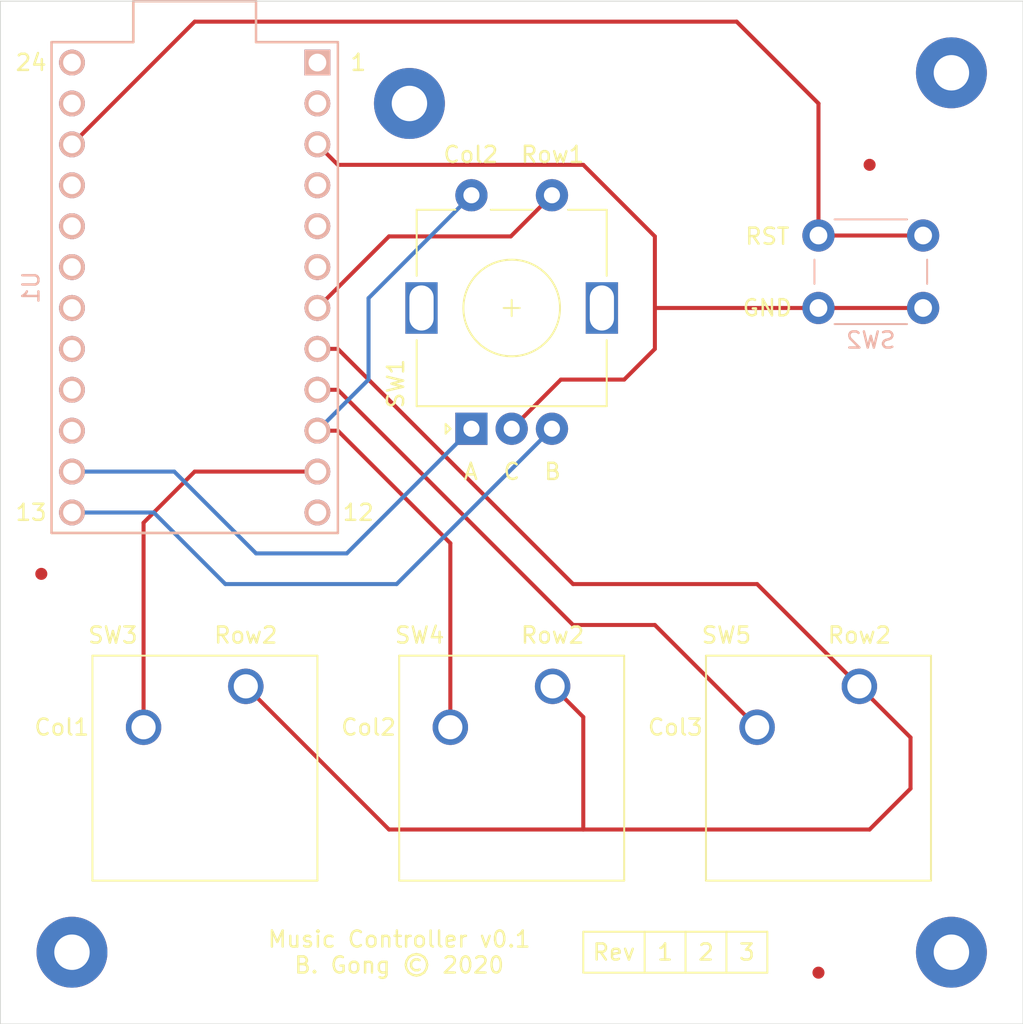
<source format=kicad_pcb>
(kicad_pcb (version 20171130) (host pcbnew "(5.1.6)-1")

  (general
    (thickness 1.6)
    (drawings 33)
    (tracks 50)
    (zones 0)
    (modules 13)
    (nets 25)
  )

  (page A4)
  (layers
    (0 F.Cu signal)
    (31 B.Cu signal)
    (32 B.Adhes user hide)
    (33 F.Adhes user hide)
    (34 B.Paste user hide)
    (35 F.Paste user hide)
    (36 B.SilkS user)
    (37 F.SilkS user)
    (38 B.Mask user)
    (39 F.Mask user)
    (40 Dwgs.User user hide)
    (41 Cmts.User user hide)
    (42 Eco1.User user hide)
    (43 Eco2.User user hide)
    (44 Edge.Cuts user)
    (45 Margin user hide)
    (46 B.CrtYd user hide)
    (47 F.CrtYd user hide)
    (48 B.Fab user hide)
    (49 F.Fab user hide)
  )

  (setup
    (last_trace_width 0.25)
    (trace_clearance 0.25)
    (zone_clearance 0.508)
    (zone_45_only no)
    (trace_min 0.25)
    (via_size 0.508)
    (via_drill 0.254)
    (via_min_size 0.508)
    (via_min_drill 0.254)
    (uvia_size 0.508)
    (uvia_drill 0.254)
    (uvias_allowed no)
    (uvia_min_size 0.508)
    (uvia_min_drill 0.254)
    (edge_width 0.05)
    (segment_width 0.2)
    (pcb_text_width 0.3)
    (pcb_text_size 1.5 1.5)
    (mod_edge_width 0.12)
    (mod_text_size 1 1)
    (mod_text_width 0.15)
    (pad_size 1.524 1.524)
    (pad_drill 0.762)
    (pad_to_mask_clearance 0.0508)
    (aux_axis_origin 0 0)
    (visible_elements 7FFFFFFF)
    (pcbplotparams
      (layerselection 0x010f0_ffffffff)
      (usegerberextensions true)
      (usegerberattributes true)
      (usegerberadvancedattributes true)
      (creategerberjobfile true)
      (excludeedgelayer true)
      (linewidth 0.100000)
      (plotframeref false)
      (viasonmask false)
      (mode 1)
      (useauxorigin false)
      (hpglpennumber 1)
      (hpglpenspeed 20)
      (hpglpendiameter 15.000000)
      (psnegative false)
      (psa4output false)
      (plotreference true)
      (plotvalue false)
      (plotinvisibletext false)
      (padsonsilk false)
      (subtractmaskfromsilk false)
      (outputformat 1)
      (mirror false)
      (drillshape 0)
      (scaleselection 1)
      (outputdirectory "gerbers/"))
  )

  (net 0 "")
  (net 1 Enc1)
  (net 2 Gnd)
  (net 3 Enc2)
  (net 4 Col2)
  (net 5 Row1)
  (net 6 "Net-(SW2-Pad2)")
  (net 7 Col1)
  (net 8 Row2)
  (net 9 Col3)
  (net 10 "Net-(U1-Pad24)")
  (net 11 "Net-(U1-Pad21)")
  (net 12 "Net-(U1-Pad20)")
  (net 13 "Net-(U1-Pad19)")
  (net 14 "Net-(U1-Pad18)")
  (net 15 "Net-(U1-Pad17)")
  (net 16 "Net-(U1-Pad16)")
  (net 17 "Net-(U1-Pad15)")
  (net 18 "Net-(U1-Pad12)")
  (net 19 "Net-(U1-Pad6)")
  (net 20 "Net-(U1-Pad5)")
  (net 21 "Net-(U1-Pad4)")
  (net 22 "Net-(U1-Pad2)")
  (net 23 "Net-(U1-Pad1)")
  (net 24 "Net-(U1-Pad23)")

  (net_class Default "This is the default net class."
    (clearance 0.25)
    (trace_width 0.25)
    (via_dia 0.508)
    (via_drill 0.254)
    (uvia_dia 0.508)
    (uvia_drill 0.254)
    (diff_pair_width 0.25)
    (diff_pair_gap 0.25)
    (add_net Col1)
    (add_net Col2)
    (add_net Col3)
    (add_net Enc1)
    (add_net Enc2)
    (add_net Gnd)
    (add_net "Net-(SW2-Pad2)")
    (add_net "Net-(U1-Pad1)")
    (add_net "Net-(U1-Pad12)")
    (add_net "Net-(U1-Pad15)")
    (add_net "Net-(U1-Pad16)")
    (add_net "Net-(U1-Pad17)")
    (add_net "Net-(U1-Pad18)")
    (add_net "Net-(U1-Pad19)")
    (add_net "Net-(U1-Pad2)")
    (add_net "Net-(U1-Pad20)")
    (add_net "Net-(U1-Pad21)")
    (add_net "Net-(U1-Pad23)")
    (add_net "Net-(U1-Pad24)")
    (add_net "Net-(U1-Pad4)")
    (add_net "Net-(U1-Pad5)")
    (add_net "Net-(U1-Pad6)")
    (add_net Row1)
    (add_net Row2)
  )

  (module Fiducial:Fiducial_0.75mm_Mask1.5mm (layer F.Cu) (tedit 5C18CB26) (tstamp 5F28C4EA)
    (at 85.09 99.06)
    (descr "Circular Fiducial, 0.75mm bare copper, 1.5mm soldermask opening (Level B)")
    (tags fiducial)
    (attr smd)
    (fp_text reference "" (at 0 -2) (layer F.SilkS)
      (effects (font (size 1 1) (thickness 0.15)))
    )
    (fp_text value Fiducial_0.75mm_Mask1.5mm (at 0 2) (layer F.Fab)
      (effects (font (size 1 1) (thickness 0.15)))
    )
    (fp_circle (center 0 0) (end 0.75 0) (layer F.Fab) (width 0.1))
    (fp_circle (center 0 0) (end 1 0) (layer F.CrtYd) (width 0.05))
    (fp_text user %R (at 0 0) (layer F.Fab)
      (effects (font (size 0.3 0.3) (thickness 0.05)))
    )
    (pad "" smd circle (at 0 0) (size 0.75 0.75) (layers F.Cu F.Mask)
      (solder_mask_margin 0.375) (clearance 0.375))
  )

  (module Fiducial:Fiducial_0.75mm_Mask1.5mm (layer F.Cu) (tedit 5C18CB26) (tstamp 5F28C4CD)
    (at 133.35 123.825)
    (descr "Circular Fiducial, 0.75mm bare copper, 1.5mm soldermask opening (Level B)")
    (tags fiducial)
    (attr smd)
    (fp_text reference "" (at 0 -2) (layer F.SilkS)
      (effects (font (size 1 1) (thickness 0.15)))
    )
    (fp_text value Fiducial_0.75mm_Mask1.5mm (at 0 2) (layer F.Fab)
      (effects (font (size 1 1) (thickness 0.15)))
    )
    (fp_circle (center 0 0) (end 0.75 0) (layer F.Fab) (width 0.1))
    (fp_circle (center 0 0) (end 1 0) (layer F.CrtYd) (width 0.05))
    (fp_text user %R (at 0 0) (layer F.Fab)
      (effects (font (size 0.3 0.3) (thickness 0.05)))
    )
    (pad "" smd circle (at 0 0) (size 0.75 0.75) (layers F.Cu F.Mask)
      (solder_mask_margin 0.375) (clearance 0.375))
  )

  (module Fiducial:Fiducial_0.75mm_Mask1.5mm (layer F.Cu) (tedit 5C18CB26) (tstamp 5F28C4B0)
    (at 136.525 73.66)
    (descr "Circular Fiducial, 0.75mm bare copper, 1.5mm soldermask opening (Level B)")
    (tags fiducial)
    (attr smd)
    (fp_text reference "" (at 0 -2) (layer F.SilkS)
      (effects (font (size 1 1) (thickness 0.15)))
    )
    (fp_text value Fiducial_0.75mm_Mask1.5mm (at 0 2) (layer F.Fab)
      (effects (font (size 1 1) (thickness 0.15)))
    )
    (fp_circle (center 0 0) (end 0.75 0) (layer F.Fab) (width 0.1))
    (fp_circle (center 0 0) (end 1 0) (layer F.CrtYd) (width 0.05))
    (fp_text user %R (at 0 0) (layer F.Fab)
      (effects (font (size 0.3 0.3) (thickness 0.05)))
    )
    (pad "" smd circle (at 0 0) (size 0.75 0.75) (layers F.Cu F.Mask)
      (solder_mask_margin 0.375) (clearance 0.375))
  )

  (module promicro:ProMicro (layer B.Cu) (tedit 5A06A962) (tstamp 5F27BCD3)
    (at 94.615 81.28 270)
    (descr "Pro Micro footprint")
    (tags "promicro ProMicro")
    (path /5F2658B5)
    (fp_text reference U1 (at 0 10.16 90) (layer B.SilkS)
      (effects (font (size 1 1) (thickness 0.15)) (justify mirror))
    )
    (fp_text value ProMicro (at 0 -10.16 90) (layer B.Fab)
      (effects (font (size 1 1) (thickness 0.15)) (justify mirror))
    )
    (fp_line (start 15.24 8.89) (end 15.24 -8.89) (layer B.SilkS) (width 0.15))
    (fp_line (start -15.24 8.89) (end 15.24 8.89) (layer B.SilkS) (width 0.15))
    (fp_line (start -15.24 3.81) (end -15.24 8.89) (layer B.SilkS) (width 0.15))
    (fp_line (start -17.78 3.81) (end -15.24 3.81) (layer B.SilkS) (width 0.15))
    (fp_line (start -17.78 -3.81) (end -17.78 3.81) (layer B.SilkS) (width 0.15))
    (fp_line (start -15.24 -3.81) (end -17.78 -3.81) (layer B.SilkS) (width 0.15))
    (fp_line (start -15.24 -8.89) (end -15.24 -3.81) (layer B.SilkS) (width 0.15))
    (fp_line (start -15.24 -8.89) (end 15.24 -8.89) (layer B.SilkS) (width 0.15))
    (fp_line (start -15.24 8.89) (end 15.24 8.89) (layer F.SilkS) (width 0.15))
    (fp_line (start -15.24 3.81) (end -15.24 8.89) (layer F.SilkS) (width 0.15))
    (fp_line (start -17.78 3.81) (end -15.24 3.81) (layer F.SilkS) (width 0.15))
    (fp_line (start -17.78 -3.81) (end -17.78 3.81) (layer F.SilkS) (width 0.15))
    (fp_line (start -15.24 -3.81) (end -17.78 -3.81) (layer F.SilkS) (width 0.15))
    (fp_line (start -15.24 -8.89) (end -15.24 -3.81) (layer F.SilkS) (width 0.15))
    (fp_line (start 15.24 -8.89) (end -15.24 -8.89) (layer F.SilkS) (width 0.15))
    (fp_line (start 15.24 8.89) (end 15.24 -8.89) (layer F.SilkS) (width 0.15))
    (pad 24 thru_hole circle (at -13.97 7.62 270) (size 1.6 1.6) (drill 1.1) (layers *.Cu *.Mask B.SilkS)
      (net 10 "Net-(U1-Pad24)"))
    (pad 23 thru_hole circle (at -11.43 7.62 270) (size 1.6 1.6) (drill 1.1) (layers *.Cu *.Mask B.SilkS)
      (net 24 "Net-(U1-Pad23)"))
    (pad 22 thru_hole circle (at -8.89 7.62 270) (size 1.6 1.6) (drill 1.1) (layers *.Cu *.Mask B.SilkS)
      (net 6 "Net-(SW2-Pad2)"))
    (pad 21 thru_hole circle (at -6.35 7.62 270) (size 1.6 1.6) (drill 1.1) (layers *.Cu *.Mask B.SilkS)
      (net 11 "Net-(U1-Pad21)"))
    (pad 20 thru_hole circle (at -3.81 7.62 270) (size 1.6 1.6) (drill 1.1) (layers *.Cu *.Mask B.SilkS)
      (net 12 "Net-(U1-Pad20)"))
    (pad 19 thru_hole circle (at -1.27 7.62 270) (size 1.6 1.6) (drill 1.1) (layers *.Cu *.Mask B.SilkS)
      (net 13 "Net-(U1-Pad19)"))
    (pad 18 thru_hole circle (at 1.27 7.62 270) (size 1.6 1.6) (drill 1.1) (layers *.Cu *.Mask B.SilkS)
      (net 14 "Net-(U1-Pad18)"))
    (pad 17 thru_hole circle (at 3.81 7.62 270) (size 1.6 1.6) (drill 1.1) (layers *.Cu *.Mask B.SilkS)
      (net 15 "Net-(U1-Pad17)"))
    (pad 16 thru_hole circle (at 6.35 7.62 270) (size 1.6 1.6) (drill 1.1) (layers *.Cu *.Mask B.SilkS)
      (net 16 "Net-(U1-Pad16)"))
    (pad 15 thru_hole circle (at 8.89 7.62 270) (size 1.6 1.6) (drill 1.1) (layers *.Cu *.Mask B.SilkS)
      (net 17 "Net-(U1-Pad15)"))
    (pad 14 thru_hole circle (at 11.43 7.62 270) (size 1.6 1.6) (drill 1.1) (layers *.Cu *.Mask B.SilkS)
      (net 1 Enc1))
    (pad 13 thru_hole circle (at 13.97 7.62 270) (size 1.6 1.6) (drill 1.1) (layers *.Cu *.Mask B.SilkS)
      (net 3 Enc2))
    (pad 12 thru_hole circle (at 13.97 -7.62 270) (size 1.6 1.6) (drill 1.1) (layers *.Cu *.Mask B.SilkS)
      (net 18 "Net-(U1-Pad12)"))
    (pad 11 thru_hole circle (at 11.43 -7.62 270) (size 1.6 1.6) (drill 1.1) (layers *.Cu *.Mask B.SilkS)
      (net 7 Col1))
    (pad 10 thru_hole circle (at 8.89 -7.62 270) (size 1.6 1.6) (drill 1.1) (layers *.Cu *.Mask B.SilkS)
      (net 4 Col2))
    (pad 9 thru_hole circle (at 6.35 -7.62 270) (size 1.6 1.6) (drill 1.1) (layers *.Cu *.Mask B.SilkS)
      (net 9 Col3))
    (pad 8 thru_hole circle (at 3.81 -7.62 270) (size 1.6 1.6) (drill 1.1) (layers *.Cu *.Mask B.SilkS)
      (net 8 Row2))
    (pad 7 thru_hole circle (at 1.27 -7.62 270) (size 1.6 1.6) (drill 1.1) (layers *.Cu *.Mask B.SilkS)
      (net 5 Row1))
    (pad 6 thru_hole circle (at -1.27 -7.62 270) (size 1.6 1.6) (drill 1.1) (layers *.Cu *.Mask B.SilkS)
      (net 19 "Net-(U1-Pad6)"))
    (pad 5 thru_hole circle (at -3.81 -7.62 270) (size 1.6 1.6) (drill 1.1) (layers *.Cu *.Mask B.SilkS)
      (net 20 "Net-(U1-Pad5)"))
    (pad 4 thru_hole circle (at -6.35 -7.62 270) (size 1.6 1.6) (drill 1.1) (layers *.Cu *.Mask B.SilkS)
      (net 21 "Net-(U1-Pad4)"))
    (pad 3 thru_hole circle (at -8.89 -7.62 270) (size 1.6 1.6) (drill 1.1) (layers *.Cu *.Mask B.SilkS)
      (net 2 Gnd))
    (pad 2 thru_hole circle (at -11.43 -7.62 270) (size 1.6 1.6) (drill 1.1) (layers *.Cu *.Mask B.SilkS)
      (net 22 "Net-(U1-Pad2)"))
    (pad 1 thru_hole rect (at -13.97 -7.62 270) (size 1.6 1.6) (drill 1.1) (layers *.Cu *.Mask B.SilkS)
      (net 23 "Net-(U1-Pad1)"))
  )

  (module MountingHole:MountingHole_2.2mm_M2_Pad (layer F.Cu) (tedit 56D1B4CB) (tstamp 5F289450)
    (at 107.95 69.85)
    (descr "Mounting Hole 2.2mm, M2")
    (tags "mounting hole 2.2mm m2")
    (attr virtual)
    (fp_text reference "" (at 0 -3.2) (layer F.SilkS) hide
      (effects (font (size 1 1) (thickness 0.15)))
    )
    (fp_text value MountingHole_2.2mm_M2_Pad (at 0 3.2) (layer F.Fab) hide
      (effects (font (size 1 1) (thickness 0.15)))
    )
    (fp_circle (center 0 0) (end 2.45 0) (layer F.CrtYd) (width 0.05))
    (fp_circle (center 0 0) (end 2.2 0) (layer Cmts.User) (width 0.15))
    (fp_text user %R (at 0.3 0) (layer F.Fab) hide
      (effects (font (size 1 1) (thickness 0.15)))
    )
    (pad 1 thru_hole circle (at 0 0) (size 4.4 4.4) (drill 2.2) (layers *.Cu *.Mask))
  )

  (module MountingHole:MountingHole_2.2mm_M2_Pad (layer F.Cu) (tedit 56D1B4CB) (tstamp 5F28924C)
    (at 141.605 67.945)
    (descr "Mounting Hole 2.2mm, M2")
    (tags "mounting hole 2.2mm m2")
    (attr virtual)
    (fp_text reference "" (at -4.445 0) (layer F.SilkS) hide
      (effects (font (size 1 1) (thickness 0.15)))
    )
    (fp_text value MountingHole_2.2mm_M2_Pad (at 0 3.2) (layer F.Fab) hide
      (effects (font (size 1 1) (thickness 0.15)))
    )
    (fp_circle (center 0 0) (end 2.45 0) (layer F.CrtYd) (width 0.05))
    (fp_circle (center 0 0) (end 2.2 0) (layer Cmts.User) (width 0.15))
    (fp_text user %R (at 0.3 0) (layer F.Fab) hide
      (effects (font (size 1 1) (thickness 0.15)))
    )
    (pad 1 thru_hole circle (at 0 0) (size 4.4 4.4) (drill 2.2) (layers *.Cu *.Mask))
  )

  (module MountingHole:MountingHole_2.2mm_M2_Pad (layer F.Cu) (tedit 56D1B4CB) (tstamp 5F2893A3)
    (at 141.605 122.555)
    (descr "Mounting Hole 2.2mm, M2")
    (tags "mounting hole 2.2mm m2")
    (attr virtual)
    (fp_text reference "" (at -5.08 0) (layer F.SilkS) hide
      (effects (font (size 1 1) (thickness 0.15)))
    )
    (fp_text value MountingHole_2.2mm_M2_Pad (at 0 3.2) (layer F.Fab) hide
      (effects (font (size 1 1) (thickness 0.15)))
    )
    (fp_circle (center 0 0) (end 2.45 0) (layer F.CrtYd) (width 0.05))
    (fp_circle (center 0 0) (end 2.2 0) (layer Cmts.User) (width 0.15))
    (fp_text user %R (at 0.3 0) (layer F.Fab) hide
      (effects (font (size 1 1) (thickness 0.15)))
    )
    (pad 1 thru_hole circle (at 0 0) (size 4.4 4.4) (drill 2.2) (layers *.Cu *.Mask))
  )

  (module MountingHole:MountingHole_2.2mm_M2_Pad (layer F.Cu) (tedit 56D1B4CB) (tstamp 5F289204)
    (at 86.995 122.555)
    (descr "Mounting Hole 2.2mm, M2")
    (tags "mounting hole 2.2mm m2")
    (attr virtual)
    (fp_text reference "" (at 5.08 0) (layer F.SilkS) hide
      (effects (font (size 1 1) (thickness 0.15)))
    )
    (fp_text value MountingHole_2.2mm_M2_Pad (at 0 3.2) (layer F.Fab) hide
      (effects (font (size 1 1) (thickness 0.15)))
    )
    (fp_circle (center 0 0) (end 2.45 0) (layer F.CrtYd) (width 0.05))
    (fp_circle (center 0 0) (end 2.2 0) (layer Cmts.User) (width 0.15))
    (fp_text user %R (at 0.3 0) (layer F.Fab) hide
      (effects (font (size 1 1) (thickness 0.15)))
    )
    (pad 1 thru_hole circle (at 0 0) (size 4.4 4.4) (drill 2.2) (layers *.Cu *.Mask))
  )

  (module Button_Switch_Keyboard:SW_Cherry_MX_1.00u_Plate (layer F.Cu) (tedit 5A02FE24) (tstamp 5F27C3A7)
    (at 116.84 106.045)
    (descr "Cherry MX keyswitch, 1.00u, plate mount, http://cherryamericas.com/wp-content/uploads/2014/12/mx_cat.pdf")
    (tags "Cherry MX keyswitch 1.00u plate")
    (path /5F26085C)
    (fp_text reference SW4 (at -8.255 -3.175) (layer F.SilkS)
      (effects (font (size 1 1) (thickness 0.15)))
    )
    (fp_text value SW_Push_45deg (at -2.54 12.954) (layer F.Fab)
      (effects (font (size 1 1) (thickness 0.15)))
    )
    (fp_line (start -9.525 12.065) (end -9.525 -1.905) (layer F.SilkS) (width 0.12))
    (fp_line (start 4.445 12.065) (end -9.525 12.065) (layer F.SilkS) (width 0.12))
    (fp_line (start 4.445 -1.905) (end 4.445 12.065) (layer F.SilkS) (width 0.12))
    (fp_line (start -9.525 -1.905) (end 4.445 -1.905) (layer F.SilkS) (width 0.12))
    (fp_line (start -12.065 14.605) (end -12.065 -4.445) (layer Dwgs.User) (width 0.15))
    (fp_line (start 6.985 14.605) (end -12.065 14.605) (layer Dwgs.User) (width 0.15))
    (fp_line (start 6.985 -4.445) (end 6.985 14.605) (layer Dwgs.User) (width 0.15))
    (fp_line (start -12.065 -4.445) (end 6.985 -4.445) (layer Dwgs.User) (width 0.15))
    (fp_line (start -9.14 -1.52) (end 4.06 -1.52) (layer F.CrtYd) (width 0.05))
    (fp_line (start 4.06 -1.52) (end 4.06 11.68) (layer F.CrtYd) (width 0.05))
    (fp_line (start 4.06 11.68) (end -9.14 11.68) (layer F.CrtYd) (width 0.05))
    (fp_line (start -9.14 11.68) (end -9.14 -1.52) (layer F.CrtYd) (width 0.05))
    (fp_line (start -8.89 11.43) (end -8.89 -1.27) (layer F.Fab) (width 0.1))
    (fp_line (start 3.81 11.43) (end -8.89 11.43) (layer F.Fab) (width 0.1))
    (fp_line (start 3.81 -1.27) (end 3.81 11.43) (layer F.Fab) (width 0.1))
    (fp_line (start -8.89 -1.27) (end 3.81 -1.27) (layer F.Fab) (width 0.1))
    (fp_text user %R (at -2.54 -2.794) (layer F.Fab)
      (effects (font (size 1 1) (thickness 0.15)))
    )
    (pad "" np_thru_hole circle (at -2.54 5.08) (size 4 4) (drill 4) (layers *.Cu *.Mask))
    (pad 2 thru_hole circle (at -6.35 2.54) (size 2.2 2.2) (drill 1.5) (layers *.Cu *.Mask)
      (net 4 Col2))
    (pad 1 thru_hole circle (at 0 0) (size 2.2 2.2) (drill 1.5) (layers *.Cu *.Mask)
      (net 8 Row2))
    (model ${KISYS3DMOD}/Button_Switch_Keyboard.3dshapes/SW_Cherry_MX_1.00u_Plate.wrl
      (at (xyz 0 0 0))
      (scale (xyz 1 1 1))
      (rotate (xyz 0 0 0))
    )
  )

  (module Keebio-Parts:RotaryEncoder_Alps_EC11E-Switch_Vertical_H20mm (layer F.Cu) (tedit 5CA39399) (tstamp 5F270A02)
    (at 114.3 82.55 90)
    (descr "Alps rotary encoder, EC12E... with switch, vertical shaft, http://www.alps.com/prod/info/E/HTML/Encoder/Incremental/EC11/EC11E15204A3.html")
    (tags "rotary encoder")
    (path /5F2621A9)
    (fp_text reference SW1 (at -4.7 -7.2 90) (layer F.SilkS)
      (effects (font (size 1 1) (thickness 0.15)))
    )
    (fp_text value Rotary_Encoder_Switch (at 0 7.9 90) (layer F.Fab)
      (effects (font (size 1 1) (thickness 0.15)))
    )
    (fp_circle (center 0 0) (end 3 0) (layer F.Fab) (width 0.12))
    (fp_circle (center 0 0) (end 3 0) (layer F.SilkS) (width 0.12))
    (fp_line (start 8.5 7.1) (end -9 7.1) (layer F.CrtYd) (width 0.05))
    (fp_line (start 8.5 7.1) (end 8.5 -7.1) (layer F.CrtYd) (width 0.05))
    (fp_line (start -9 -7.1) (end -9 7.1) (layer F.CrtYd) (width 0.05))
    (fp_line (start -9 -7.1) (end 8.5 -7.1) (layer F.CrtYd) (width 0.05))
    (fp_line (start -5 -5.8) (end 6 -5.8) (layer F.Fab) (width 0.12))
    (fp_line (start 6 -5.8) (end 6 5.8) (layer F.Fab) (width 0.12))
    (fp_line (start 6 5.8) (end -6 5.8) (layer F.Fab) (width 0.12))
    (fp_line (start -6 5.8) (end -6 -4.7) (layer F.Fab) (width 0.12))
    (fp_line (start -6 -4.7) (end -5 -5.8) (layer F.Fab) (width 0.12))
    (fp_line (start 2 -5.9) (end 6.1 -5.9) (layer F.SilkS) (width 0.12))
    (fp_line (start 6.1 5.9) (end 2 5.9) (layer F.SilkS) (width 0.12))
    (fp_line (start -2 5.9) (end -6.1 5.9) (layer F.SilkS) (width 0.12))
    (fp_line (start -2 -5.9) (end -6.1 -5.9) (layer F.SilkS) (width 0.12))
    (fp_line (start -6.1 -5.9) (end -6.1 5.9) (layer F.SilkS) (width 0.12))
    (fp_line (start -7.5 -3.8) (end -7.8 -4.1) (layer F.SilkS) (width 0.12))
    (fp_line (start -7.8 -4.1) (end -7.2 -4.1) (layer F.SilkS) (width 0.12))
    (fp_line (start -7.2 -4.1) (end -7.5 -3.8) (layer F.SilkS) (width 0.12))
    (fp_line (start 0 -3) (end 0 3) (layer F.Fab) (width 0.12))
    (fp_line (start -3 0) (end 3 0) (layer F.Fab) (width 0.12))
    (fp_line (start 6.1 -5.9) (end 6.1 -3.5) (layer F.SilkS) (width 0.12))
    (fp_line (start 6.1 -1.3) (end 6.1 1.3) (layer F.SilkS) (width 0.12))
    (fp_line (start 6.1 3.5) (end 6.1 5.9) (layer F.SilkS) (width 0.12))
    (fp_line (start 0 -0.5) (end 0 0.5) (layer F.SilkS) (width 0.12))
    (fp_line (start -0.5 0) (end 0.5 0) (layer F.SilkS) (width 0.12))
    (fp_text user %R (at 3.6 3.8 90) (layer F.Fab)
      (effects (font (size 1 1) (thickness 0.15)))
    )
    (pad S1 thru_hole circle (at 7 2.5 90) (size 2 2) (drill 1) (layers *.Cu *.Mask)
      (net 5 Row1))
    (pad S2 thru_hole circle (at 7 -2.5 90) (size 2 2) (drill 1) (layers *.Cu *.Mask)
      (net 4 Col2))
    (pad MP thru_hole rect (at 0 5.6 90) (size 3.2 2) (drill oval 2.8 1.5) (layers *.Cu *.Mask))
    (pad MP thru_hole rect (at 0 -5.6 90) (size 3.2 2) (drill oval 2.8 1.5) (layers *.Cu *.Mask))
    (pad B thru_hole circle (at -7.5 2.5 90) (size 2 2) (drill 1) (layers *.Cu *.Mask)
      (net 3 Enc2))
    (pad C thru_hole circle (at -7.5 0 90) (size 2 2) (drill 1) (layers *.Cu *.Mask)
      (net 2 Gnd))
    (pad A thru_hole rect (at -7.5 -2.5 90) (size 2 2) (drill 1) (layers *.Cu *.Mask)
      (net 1 Enc1))
    (model ${KISYS3DMOD}/Rotary_Encoder.3dshapes/RotaryEncoder_Alps_EC11E-Switch_Vertical_H20mm.wrl
      (at (xyz 0 0 0))
      (scale (xyz 1 1 1))
      (rotate (xyz 0 0 0))
    )
  )

  (module Button_Switch_Keyboard:SW_Cherry_MX_1.00u_Plate (layer F.Cu) (tedit 5A02FE24) (tstamp 5F27C3EC)
    (at 135.89 106.045)
    (descr "Cherry MX keyswitch, 1.00u, plate mount, http://cherryamericas.com/wp-content/uploads/2014/12/mx_cat.pdf")
    (tags "Cherry MX keyswitch 1.00u plate")
    (path /5F261854)
    (fp_text reference SW5 (at -8.255 -3.175) (layer F.SilkS)
      (effects (font (size 1 1) (thickness 0.15)))
    )
    (fp_text value SW_Push_45deg (at -2.54 12.954) (layer F.Fab)
      (effects (font (size 1 1) (thickness 0.15)))
    )
    (fp_line (start -9.525 12.065) (end -9.525 -1.905) (layer F.SilkS) (width 0.12))
    (fp_line (start 4.445 12.065) (end -9.525 12.065) (layer F.SilkS) (width 0.12))
    (fp_line (start 4.445 -1.905) (end 4.445 12.065) (layer F.SilkS) (width 0.12))
    (fp_line (start -9.525 -1.905) (end 4.445 -1.905) (layer F.SilkS) (width 0.12))
    (fp_line (start -12.065 14.605) (end -12.065 -4.445) (layer Dwgs.User) (width 0.15))
    (fp_line (start 6.985 14.605) (end -12.065 14.605) (layer Dwgs.User) (width 0.15))
    (fp_line (start 6.985 -4.445) (end 6.985 14.605) (layer Dwgs.User) (width 0.15))
    (fp_line (start -12.065 -4.445) (end 6.985 -4.445) (layer Dwgs.User) (width 0.15))
    (fp_line (start -9.14 -1.52) (end 4.06 -1.52) (layer F.CrtYd) (width 0.05))
    (fp_line (start 4.06 -1.52) (end 4.06 11.68) (layer F.CrtYd) (width 0.05))
    (fp_line (start 4.06 11.68) (end -9.14 11.68) (layer F.CrtYd) (width 0.05))
    (fp_line (start -9.14 11.68) (end -9.14 -1.52) (layer F.CrtYd) (width 0.05))
    (fp_line (start -8.89 11.43) (end -8.89 -1.27) (layer F.Fab) (width 0.1))
    (fp_line (start 3.81 11.43) (end -8.89 11.43) (layer F.Fab) (width 0.1))
    (fp_line (start 3.81 -1.27) (end 3.81 11.43) (layer F.Fab) (width 0.1))
    (fp_line (start -8.89 -1.27) (end 3.81 -1.27) (layer F.Fab) (width 0.1))
    (fp_text user %R (at -2.54 -2.794) (layer F.Fab)
      (effects (font (size 1 1) (thickness 0.15)))
    )
    (pad "" np_thru_hole circle (at -2.54 5.08) (size 4 4) (drill 4) (layers *.Cu *.Mask))
    (pad 2 thru_hole circle (at -6.35 2.54) (size 2.2 2.2) (drill 1.5) (layers *.Cu *.Mask)
      (net 9 Col3))
    (pad 1 thru_hole circle (at 0 0) (size 2.2 2.2) (drill 1.5) (layers *.Cu *.Mask)
      (net 8 Row2))
    (model ${KISYS3DMOD}/Button_Switch_Keyboard.3dshapes/SW_Cherry_MX_1.00u_Plate.wrl
      (at (xyz 0 0 0))
      (scale (xyz 1 1 1))
      (rotate (xyz 0 0 0))
    )
  )

  (module Button_Switch_Keyboard:SW_Cherry_MX_1.00u_Plate (layer F.Cu) (tedit 5A02FE24) (tstamp 5F27C362)
    (at 97.79 106.045)
    (descr "Cherry MX keyswitch, 1.00u, plate mount, http://cherryamericas.com/wp-content/uploads/2014/12/mx_cat.pdf")
    (tags "Cherry MX keyswitch 1.00u plate")
    (path /5F25F9F3)
    (fp_text reference SW3 (at -8.255 -3.175) (layer F.SilkS)
      (effects (font (size 1 1) (thickness 0.15)))
    )
    (fp_text value SW_Push_45deg (at -2.54 12.954) (layer F.Fab)
      (effects (font (size 1 1) (thickness 0.15)))
    )
    (fp_line (start -9.525 12.065) (end -9.525 -1.905) (layer F.SilkS) (width 0.12))
    (fp_line (start 4.445 12.065) (end -9.525 12.065) (layer F.SilkS) (width 0.12))
    (fp_line (start 4.445 -1.905) (end 4.445 12.065) (layer F.SilkS) (width 0.12))
    (fp_line (start -9.525 -1.905) (end 4.445 -1.905) (layer F.SilkS) (width 0.12))
    (fp_line (start -12.065 14.605) (end -12.065 -4.445) (layer Dwgs.User) (width 0.15))
    (fp_line (start 6.985 14.605) (end -12.065 14.605) (layer Dwgs.User) (width 0.15))
    (fp_line (start 6.985 -4.445) (end 6.985 14.605) (layer Dwgs.User) (width 0.15))
    (fp_line (start -12.065 -4.445) (end 6.985 -4.445) (layer Dwgs.User) (width 0.15))
    (fp_line (start -9.14 -1.52) (end 4.06 -1.52) (layer F.CrtYd) (width 0.05))
    (fp_line (start 4.06 -1.52) (end 4.06 11.68) (layer F.CrtYd) (width 0.05))
    (fp_line (start 4.06 11.68) (end -9.14 11.68) (layer F.CrtYd) (width 0.05))
    (fp_line (start -9.14 11.68) (end -9.14 -1.52) (layer F.CrtYd) (width 0.05))
    (fp_line (start -8.89 11.43) (end -8.89 -1.27) (layer F.Fab) (width 0.1))
    (fp_line (start 3.81 11.43) (end -8.89 11.43) (layer F.Fab) (width 0.1))
    (fp_line (start 3.81 -1.27) (end 3.81 11.43) (layer F.Fab) (width 0.1))
    (fp_line (start -8.89 -1.27) (end 3.81 -1.27) (layer F.Fab) (width 0.1))
    (fp_text user %R (at -2.54 -2.794) (layer F.Fab)
      (effects (font (size 1 1) (thickness 0.15)))
    )
    (pad "" np_thru_hole circle (at -2.54 5.08) (size 4 4) (drill 4) (layers *.Cu *.Mask))
    (pad 2 thru_hole circle (at -6.35 2.54) (size 2.2 2.2) (drill 1.5) (layers *.Cu *.Mask)
      (net 7 Col1))
    (pad 1 thru_hole circle (at 0 0) (size 2.2 2.2) (drill 1.5) (layers *.Cu *.Mask)
      (net 8 Row2))
    (model ${KISYS3DMOD}/Button_Switch_Keyboard.3dshapes/SW_Cherry_MX_1.00u_Plate.wrl
      (at (xyz 0 0 0))
      (scale (xyz 1 1 1))
      (rotate (xyz 0 0 0))
    )
  )

  (module Button_Switch_THT:SW_PUSH_6mm (layer B.Cu) (tedit 5A02FE31) (tstamp 5F289D8B)
    (at 133.35 82.55)
    (descr https://www.omron.com/ecb/products/pdf/en-b3f.pdf)
    (tags "tact sw push 6mm")
    (path /5F26E567)
    (fp_text reference SW2 (at 3.25 2) (layer B.SilkS)
      (effects (font (size 1 1) (thickness 0.15)) (justify mirror))
    )
    (fp_text value SW_Push (at 3.75 -6.7) (layer B.Fab)
      (effects (font (size 1 1) (thickness 0.15)) (justify mirror))
    )
    (fp_circle (center 3.25 -2.25) (end 1.25 -2.5) (layer B.Fab) (width 0.1))
    (fp_line (start 6.75 -3) (end 6.75 -1.5) (layer B.SilkS) (width 0.12))
    (fp_line (start 5.5 1) (end 1 1) (layer B.SilkS) (width 0.12))
    (fp_line (start -0.25 -1.5) (end -0.25 -3) (layer B.SilkS) (width 0.12))
    (fp_line (start 1 -5.5) (end 5.5 -5.5) (layer B.SilkS) (width 0.12))
    (fp_line (start 8 1.25) (end 8 -5.75) (layer B.CrtYd) (width 0.05))
    (fp_line (start 7.75 -6) (end -1.25 -6) (layer B.CrtYd) (width 0.05))
    (fp_line (start -1.5 -5.75) (end -1.5 1.25) (layer B.CrtYd) (width 0.05))
    (fp_line (start -1.25 1.5) (end 7.75 1.5) (layer B.CrtYd) (width 0.05))
    (fp_line (start -1.5 -6) (end -1.25 -6) (layer B.CrtYd) (width 0.05))
    (fp_line (start -1.5 -5.75) (end -1.5 -6) (layer B.CrtYd) (width 0.05))
    (fp_line (start -1.5 1.5) (end -1.25 1.5) (layer B.CrtYd) (width 0.05))
    (fp_line (start -1.5 1.25) (end -1.5 1.5) (layer B.CrtYd) (width 0.05))
    (fp_line (start 8 1.5) (end 8 1.25) (layer B.CrtYd) (width 0.05))
    (fp_line (start 7.75 1.5) (end 8 1.5) (layer B.CrtYd) (width 0.05))
    (fp_line (start 8 -6) (end 8 -5.75) (layer B.CrtYd) (width 0.05))
    (fp_line (start 7.75 -6) (end 8 -6) (layer B.CrtYd) (width 0.05))
    (fp_line (start 0.25 0.75) (end 3.25 0.75) (layer B.Fab) (width 0.1))
    (fp_line (start 0.25 -5.25) (end 0.25 0.75) (layer B.Fab) (width 0.1))
    (fp_line (start 6.25 -5.25) (end 0.25 -5.25) (layer B.Fab) (width 0.1))
    (fp_line (start 6.25 0.75) (end 6.25 -5.25) (layer B.Fab) (width 0.1))
    (fp_line (start 3.25 0.75) (end 6.25 0.75) (layer B.Fab) (width 0.1))
    (fp_text user %R (at 3.25 -2.25 -270) (layer B.Fab)
      (effects (font (size 1 1) (thickness 0.15)) (justify mirror))
    )
    (pad 1 thru_hole circle (at 6.5 0 270) (size 2 2) (drill 1.1) (layers *.Cu *.Mask)
      (net 2 Gnd))
    (pad 2 thru_hole circle (at 6.5 -4.5 270) (size 2 2) (drill 1.1) (layers *.Cu *.Mask)
      (net 6 "Net-(SW2-Pad2)"))
    (pad 1 thru_hole circle (at 0 0 270) (size 2 2) (drill 1.1) (layers *.Cu *.Mask)
      (net 2 Gnd))
    (pad 2 thru_hole circle (at 0 -4.5 270) (size 2 2) (drill 1.1) (layers *.Cu *.Mask)
      (net 6 "Net-(SW2-Pad2)"))
    (model ${KISYS3DMOD}/Button_Switch_THT.3dshapes/SW_PUSH_6mm.wrl
      (at (xyz 0 0 0))
      (scale (xyz 1 1 1))
      (rotate (xyz 0 0 0))
    )
  )

  (gr_text Col3 (at 124.46 108.585) (layer F.SilkS)
    (effects (font (size 1 1) (thickness 0.15)))
  )
  (gr_text Col2 (at 105.41 108.585) (layer F.SilkS)
    (effects (font (size 1 1) (thickness 0.15)))
  )
  (gr_text Row2 (at 135.89 102.87) (layer F.SilkS)
    (effects (font (size 1 1) (thickness 0.15)))
  )
  (gr_text Row2 (at 116.84 102.87) (layer F.SilkS)
    (effects (font (size 1 1) (thickness 0.15)))
  )
  (gr_text Row2 (at 97.79 102.87) (layer F.SilkS)
    (effects (font (size 1 1) (thickness 0.15)))
  )
  (gr_text Col1 (at 86.36 108.585) (layer F.SilkS)
    (effects (font (size 1 1) (thickness 0.15)))
  )
  (gr_text Col2 (at 111.76 73.025) (layer F.SilkS)
    (effects (font (size 1 1) (thickness 0.15)))
  )
  (gr_text Row1 (at 116.84 73.025) (layer F.SilkS)
    (effects (font (size 1 1) (thickness 0.15)))
  )
  (gr_text "RST\n" (at 130.175 78.105) (layer F.SilkS)
    (effects (font (size 1 1) (thickness 0.15)))
  )
  (gr_text GND (at 130.175 82.55) (layer F.SilkS)
    (effects (font (size 1 1) (thickness 0.15)))
  )
  (gr_text B (at 116.84 92.71) (layer F.SilkS)
    (effects (font (size 1 1) (thickness 0.15)))
  )
  (gr_text C (at 114.3 92.71) (layer F.SilkS)
    (effects (font (size 1 1) (thickness 0.15)))
  )
  (gr_text A (at 111.76 92.71) (layer F.SilkS)
    (effects (font (size 1 1) (thickness 0.15)))
  )
  (gr_text 24 (at 84.455 67.31) (layer F.SilkS)
    (effects (font (size 1 1) (thickness 0.15)))
  )
  (gr_text 13 (at 84.455 95.25) (layer F.SilkS)
    (effects (font (size 1 1) (thickness 0.15)))
  )
  (gr_text 12 (at 104.775 95.25) (layer F.SilkS)
    (effects (font (size 1 1) (thickness 0.15)))
  )
  (gr_text 1 (at 104.775 67.31) (layer F.SilkS)
    (effects (font (size 1 1) (thickness 0.15)))
  )
  (gr_text 3 (at 128.905 122.555) (layer F.SilkS) (tstamp 5F28C1F7)
    (effects (font (size 1 1) (thickness 0.15)))
  )
  (gr_text 2 (at 126.365 122.555) (layer F.SilkS) (tstamp 5F28C1FA)
    (effects (font (size 1 1) (thickness 0.15)))
  )
  (gr_text 1 (at 123.825 122.555) (layer F.SilkS) (tstamp 5F28C1FD)
    (effects (font (size 1 1) (thickness 0.15)))
  )
  (gr_line (start 127.635 121.285) (end 127.635 123.825) (layer F.SilkS) (width 0.12) (tstamp 5F28C206))
  (gr_line (start 125.095 121.285) (end 125.095 123.825) (layer F.SilkS) (width 0.12) (tstamp 5F28C20C))
  (gr_line (start 122.555 121.285) (end 122.555 123.825) (layer F.SilkS) (width 0.12) (tstamp 5F28C20F))
  (gr_line (start 130.175 123.825) (end 130.175 121.285) (layer F.SilkS) (width 0.12) (tstamp 5F28C212))
  (gr_line (start 118.745 123.825) (end 130.175 123.825) (layer F.SilkS) (width 0.12) (tstamp 5F28C209))
  (gr_line (start 118.745 121.285) (end 118.745 123.825) (layer F.SilkS) (width 0.12) (tstamp 5F28C215))
  (gr_line (start 130.175 121.285) (end 118.745 121.285) (layer F.SilkS) (width 0.12) (tstamp 5F28C218))
  (gr_text Rev (at 120.65 122.555) (layer F.SilkS) (tstamp 5F28C203)
    (effects (font (size 1 1) (thickness 0.15)))
  )
  (gr_text "Music Controller v0.1\nB. Gong © 2020" (at 107.315 122.555) (layer F.SilkS) (tstamp 5F28C200)
    (effects (font (size 1 1) (thickness 0.15)))
  )
  (gr_line (start 82.55 63.5) (end 146.05 63.5) (layer Edge.Cuts) (width 0.05) (tstamp 5F289B4E))
  (gr_line (start 82.55 127) (end 82.55 63.5) (layer Edge.Cuts) (width 0.05))
  (gr_line (start 146.05 127) (end 82.55 127) (layer Edge.Cuts) (width 0.05))
  (gr_line (start 146.05 63.5) (end 146.05 127) (layer Edge.Cuts) (width 0.05))

  (segment (start 86.995 92.71) (end 93.345 92.71) (width 0.25) (layer B.Cu) (net 1))
  (segment (start 93.345 92.71) (end 98.425 97.79) (width 0.25) (layer B.Cu) (net 1))
  (segment (start 104.06 97.79) (end 111.8 90.05) (width 0.25) (layer B.Cu) (net 1))
  (segment (start 98.425 97.79) (end 104.06 97.79) (width 0.25) (layer B.Cu) (net 1))
  (segment (start 123.19 85.09) (end 121.285 86.995) (width 0.25) (layer F.Cu) (net 2))
  (segment (start 117.355 86.995) (end 114.3 90.05) (width 0.25) (layer F.Cu) (net 2))
  (segment (start 121.285 86.995) (end 117.355 86.995) (width 0.25) (layer F.Cu) (net 2))
  (segment (start 102.235 72.39) (end 103.505 73.66) (width 0.25) (layer F.Cu) (net 2))
  (segment (start 118.745 73.66) (end 123.19 78.105) (width 0.25) (layer F.Cu) (net 2))
  (segment (start 103.505 73.66) (end 118.745 73.66) (width 0.25) (layer F.Cu) (net 2))
  (segment (start 133.35 82.55) (end 139.85 82.55) (width 0.25) (layer F.Cu) (net 2))
  (segment (start 133.35 82.55) (end 123.19 82.55) (width 0.25) (layer F.Cu) (net 2))
  (segment (start 123.19 78.105) (end 123.19 82.55) (width 0.25) (layer F.Cu) (net 2))
  (segment (start 123.19 82.55) (end 123.19 85.09) (width 0.25) (layer F.Cu) (net 2))
  (segment (start 86.995 95.25) (end 92.075 95.25) (width 0.25) (layer B.Cu) (net 3))
  (segment (start 92.075 95.25) (end 96.52 99.695) (width 0.25) (layer B.Cu) (net 3))
  (segment (start 107.155 99.695) (end 116.8 90.05) (width 0.25) (layer B.Cu) (net 3))
  (segment (start 96.52 99.695) (end 107.155 99.695) (width 0.25) (layer B.Cu) (net 3))
  (segment (start 102.235 90.17) (end 105.41 86.995) (width 0.25) (layer B.Cu) (net 4))
  (segment (start 105.41 81.94) (end 111.8 75.55) (width 0.25) (layer B.Cu) (net 4))
  (segment (start 105.41 86.995) (end 105.41 81.94) (width 0.25) (layer B.Cu) (net 4))
  (segment (start 102.235 90.17) (end 103.505 90.17) (width 0.25) (layer F.Cu) (net 4))
  (segment (start 103.505 90.17) (end 110.49 97.155) (width 0.25) (layer F.Cu) (net 4))
  (segment (start 110.49 97.155) (end 110.49 108.585) (width 0.25) (layer F.Cu) (net 4))
  (segment (start 116.8 75.55) (end 114.245 78.105) (width 0.25) (layer F.Cu) (net 5))
  (segment (start 106.68 78.105) (end 102.235 82.55) (width 0.25) (layer F.Cu) (net 5))
  (segment (start 114.245 78.105) (end 106.68 78.105) (width 0.25) (layer F.Cu) (net 5))
  (segment (start 128.27 64.77) (end 133.35 69.85) (width 0.25) (layer F.Cu) (net 6))
  (segment (start 133.35 69.85) (end 133.35 78.05) (width 0.25) (layer F.Cu) (net 6))
  (segment (start 133.35 78.05) (end 139.85 78.05) (width 0.25) (layer F.Cu) (net 6))
  (segment (start 86.995 72.39) (end 94.615 64.77) (width 0.25) (layer F.Cu) (net 6))
  (segment (start 94.615 64.77) (end 128.27 64.77) (width 0.25) (layer F.Cu) (net 6))
  (segment (start 102.235 92.71) (end 94.615 92.71) (width 0.25) (layer F.Cu) (net 7))
  (segment (start 94.615 92.71) (end 91.44 95.885) (width 0.25) (layer F.Cu) (net 7))
  (segment (start 91.44 95.885) (end 91.44 108.585) (width 0.25) (layer F.Cu) (net 7))
  (segment (start 135.89 106.045) (end 139.065 109.22) (width 0.25) (layer F.Cu) (net 8))
  (segment (start 139.065 109.22) (end 139.065 112.395) (width 0.25) (layer F.Cu) (net 8))
  (segment (start 139.065 112.395) (end 136.525 114.935) (width 0.25) (layer F.Cu) (net 8))
  (segment (start 116.84 106.045) (end 118.745 107.95) (width 0.25) (layer F.Cu) (net 8))
  (segment (start 118.745 107.95) (end 118.745 114.935) (width 0.25) (layer F.Cu) (net 8))
  (segment (start 129.54 99.695) (end 135.89 106.045) (width 0.25) (layer F.Cu) (net 8))
  (segment (start 102.235 85.09) (end 103.505 85.09) (width 0.25) (layer F.Cu) (net 8))
  (segment (start 118.11 99.695) (end 129.54 99.695) (width 0.25) (layer F.Cu) (net 8))
  (segment (start 103.505 85.09) (end 118.11 99.695) (width 0.25) (layer F.Cu) (net 8))
  (segment (start 97.79 106.045) (end 106.68 114.935) (width 0.25) (layer F.Cu) (net 8))
  (segment (start 136.525 114.935) (end 106.68 114.935) (width 0.25) (layer F.Cu) (net 8))
  (segment (start 123.19 102.235) (end 129.54 108.585) (width 0.25) (layer F.Cu) (net 9))
  (segment (start 102.235 87.63) (end 103.505 87.63) (width 0.25) (layer F.Cu) (net 9))
  (segment (start 103.505 87.63) (end 118.11 102.235) (width 0.25) (layer F.Cu) (net 9))
  (segment (start 118.11 102.235) (end 123.19 102.235) (width 0.25) (layer F.Cu) (net 9))

)

</source>
